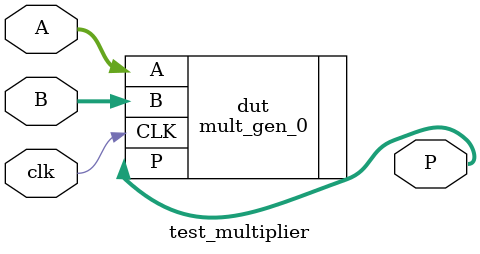
<source format=v>
`timescale 1ns / 1ps

module test_multiplier(
    input clk,
    input [31:0] A,
    input [31:0] B,
    output [31:0] P
    );
    
mult_gen_0 dut (
  .CLK(clk),  // input wire CLK
  .A(A),      // input wire [31 : 0] A
  .B(B),      // input wire [31 : 0] B
  .P(P)      // output wire [31 : 0] P
);


endmodule

</source>
